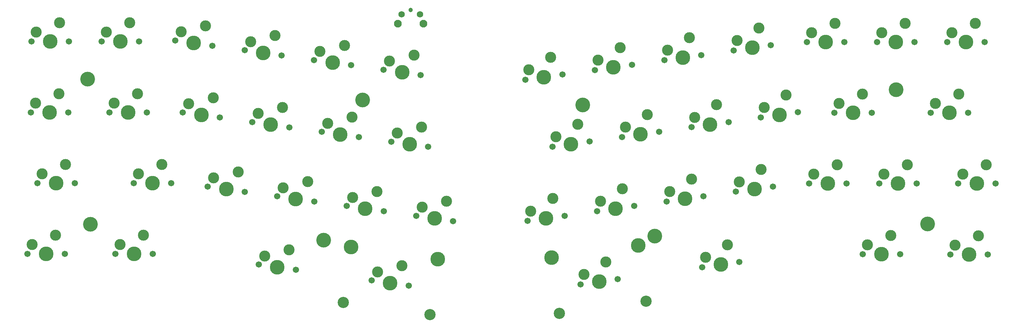
<source format=gbr>
%TF.GenerationSoftware,KiCad,Pcbnew,(5.99.0-9176-ga1730d51ff)*%
%TF.CreationDate,2021-07-22T23:15:28-05:00*%
%TF.ProjectId,Sonata hotswap,536f6e61-7461-4206-986f-74737761702e,rev?*%
%TF.SameCoordinates,Original*%
%TF.FileFunction,Soldermask,Top*%
%TF.FilePolarity,Negative*%
%FSLAX46Y46*%
G04 Gerber Fmt 4.6, Leading zero omitted, Abs format (unit mm)*
G04 Created by KiCad (PCBNEW (5.99.0-9176-ga1730d51ff)) date 2021-07-22 23:15:28*
%MOMM*%
%LPD*%
G01*
G04 APERTURE LIST*
%ADD10C,3.987800*%
%ADD11C,3.000000*%
%ADD12C,1.701800*%
%ADD13C,4.000000*%
%ADD14C,3.048000*%
%ADD15C,1.200000*%
%ADD16C,2.100000*%
%ADD17C,1.750000*%
G04 APERTURE END LIST*
D10*
%TO.C,SW24*%
X296800000Y-94820000D03*
D11*
X292990000Y-92280000D03*
X299340000Y-89740000D03*
D12*
X301880000Y-94820000D03*
X291720000Y-94820000D03*
%TD*%
%TO.C,SW39*%
X82790000Y-133160000D03*
X72630000Y-133160000D03*
D11*
X80250000Y-128080000D03*
X73900000Y-130620000D03*
D10*
X77710000Y-133160000D03*
%TD*%
D13*
%TO.C,H4*%
X317060000Y-125040000D03*
%TD*%
D11*
%TO.C,SW43*%
X229678282Y-135345939D03*
X223743579Y-138744969D03*
D12*
X232900562Y-140023001D03*
D10*
X227870000Y-140730000D03*
D12*
X222839438Y-141436999D03*
%TD*%
D13*
%TO.C,H1*%
X88960000Y-85660000D03*
%TD*%
D11*
%TO.C,SW8*%
X233528282Y-77105939D03*
D10*
X231720000Y-82490000D03*
D12*
X236750562Y-81783001D03*
X226689438Y-83196999D03*
D11*
X227593579Y-80504969D03*
%TD*%
D10*
%TO.C,SW4*%
X136620000Y-78530000D03*
D11*
X139842280Y-73852938D03*
D12*
X131589438Y-77823001D03*
X141650562Y-79236999D03*
D11*
X133200578Y-75484470D03*
%TD*%
D12*
%TO.C,SW46*%
X333400000Y-133310000D03*
X323240000Y-133310000D03*
D11*
X330860000Y-128230000D03*
X324510000Y-130770000D03*
D10*
X328320000Y-133310000D03*
%TD*%
D12*
%TO.C,SW2*%
X102900000Y-75450000D03*
D11*
X100360000Y-70370000D03*
D10*
X97820000Y-75450000D03*
D11*
X94010000Y-72910000D03*
D12*
X92740000Y-75450000D03*
%TD*%
D11*
%TO.C,SW17*%
X141912280Y-93382938D03*
D12*
X133659438Y-97353001D03*
X143720562Y-98766999D03*
D11*
X135270578Y-95014470D03*
D10*
X138690000Y-98060000D03*
%TD*%
%TO.C,SW33*%
X232320000Y-120860000D03*
D12*
X227289438Y-121566999D03*
D11*
X228193579Y-118874969D03*
X234128282Y-115475939D03*
D12*
X237350562Y-120153001D03*
%TD*%
D10*
%TO.C,SW7*%
X212860000Y-85130000D03*
D12*
X207829438Y-85836999D03*
D11*
X214668282Y-79745939D03*
D12*
X217890562Y-84423001D03*
D11*
X208733579Y-83144969D03*
%TD*%
%TO.C,SW26*%
X82930000Y-108850000D03*
D12*
X85470000Y-113930000D03*
X75310000Y-113930000D03*
D10*
X80390000Y-113930000D03*
D11*
X76580000Y-111390000D03*
%TD*%
D12*
%TO.C,SW37*%
X335500000Y-114060000D03*
D11*
X326610000Y-111520000D03*
D10*
X330420000Y-114060000D03*
D12*
X325340000Y-114060000D03*
D11*
X332960000Y-108980000D03*
%TD*%
D12*
%TO.C,SW13*%
X332530000Y-75570000D03*
D11*
X323640000Y-73030000D03*
D12*
X322370000Y-75570000D03*
D11*
X329990000Y-70490000D03*
D10*
X327450000Y-75570000D03*
%TD*%
%TO.C,SW31*%
X183190000Y-123550000D03*
D11*
X186412280Y-118872938D03*
D12*
X178159438Y-122843001D03*
X188220562Y-124256999D03*
D11*
X179770578Y-120504470D03*
%TD*%
D12*
%TO.C,SW30*%
X169370562Y-121586999D03*
D10*
X164340000Y-120880000D03*
D11*
X160920578Y-117834470D03*
D12*
X159309438Y-120173001D03*
D11*
X167562280Y-116202938D03*
%TD*%
D10*
%TO.C,SW12*%
X308410000Y-75590000D03*
D11*
X310950000Y-70510000D03*
D12*
X303330000Y-75590000D03*
X313490000Y-75590000D03*
D11*
X304600000Y-73050000D03*
%TD*%
D10*
%TO.C,SW20*%
X220220000Y-103330000D03*
D12*
X225250562Y-102623001D03*
D11*
X216093579Y-101344969D03*
X222028282Y-97945939D03*
D12*
X215189438Y-104036999D03*
%TD*%
D11*
%TO.C,SW42*%
X167690578Y-138044470D03*
D10*
X171110000Y-141090000D03*
D12*
X176140562Y-141796999D03*
D11*
X174332280Y-136412938D03*
D12*
X166079438Y-140383001D03*
%TD*%
D11*
%TO.C,SW38*%
X292470000Y-108990000D03*
D12*
X295010000Y-114070000D03*
X284850000Y-114070000D03*
D10*
X289930000Y-114070000D03*
D11*
X286120000Y-111530000D03*
%TD*%
D10*
%TO.C,SW44*%
X260900000Y-136090000D03*
D12*
X255869438Y-136796999D03*
D11*
X262708282Y-130705939D03*
D12*
X265930562Y-135383001D03*
D11*
X256773579Y-134104969D03*
%TD*%
%TO.C,SW35*%
X271838282Y-110185939D03*
X265903579Y-113584969D03*
D12*
X264999438Y-116276999D03*
D10*
X270030000Y-115570000D03*
D12*
X275060562Y-114863001D03*
%TD*%
D10*
%TO.C,SW6*%
X174360000Y-83830000D03*
D11*
X177582280Y-79152938D03*
D12*
X169329438Y-83123001D03*
D11*
X170940578Y-80784470D03*
D12*
X179390562Y-84536999D03*
%TD*%
%TO.C,SW11*%
X294450000Y-75580000D03*
D11*
X291910000Y-70500000D03*
D10*
X289370000Y-75580000D03*
D12*
X284290000Y-75580000D03*
D11*
X285560000Y-73040000D03*
%TD*%
D13*
%TO.C,H3*%
X308500000Y-88510000D03*
%TD*%
D14*
%TO.C,ST1*%
X158350000Y-146360000D03*
D10*
X184039378Y-134580634D03*
D14*
X181918380Y-149672319D03*
D10*
X160470998Y-131268314D03*
%TD*%
D11*
%TO.C,SW41*%
X137040578Y-133724470D03*
D12*
X135429438Y-136063001D03*
D11*
X143682280Y-132092938D03*
D12*
X145490562Y-137476999D03*
D10*
X140460000Y-136770000D03*
%TD*%
D14*
%TO.C,ST2*%
X240628380Y-145997681D03*
X217060000Y-149310000D03*
D10*
X238507382Y-130905995D03*
X214939002Y-134218315D03*
%TD*%
D12*
%TO.C,SW22*%
X262990562Y-97323001D03*
D11*
X253833579Y-96044969D03*
D10*
X257960000Y-98030000D03*
D12*
X252929438Y-98736999D03*
D11*
X259768282Y-92645939D03*
%TD*%
D12*
%TO.C,SW27*%
X101510000Y-113930000D03*
D11*
X102780000Y-111390000D03*
D12*
X111670000Y-113930000D03*
D10*
X106590000Y-113930000D03*
D11*
X109130000Y-108850000D03*
%TD*%
%TO.C,SW16*%
X116400578Y-92364470D03*
D10*
X119820000Y-95410000D03*
D12*
X114789438Y-94703001D03*
X124850562Y-96116999D03*
D11*
X123042280Y-90732938D03*
%TD*%
%TO.C,SW1*%
X74970000Y-72900000D03*
D12*
X83860000Y-75440000D03*
X73700000Y-75440000D03*
D11*
X81320000Y-70360000D03*
D10*
X78780000Y-75440000D03*
%TD*%
D12*
%TO.C,SW3*%
X112719438Y-75163001D03*
D11*
X120972280Y-71192938D03*
D12*
X122780562Y-76576999D03*
D10*
X117750000Y-75870000D03*
D11*
X114330578Y-72824470D03*
%TD*%
%TO.C,SW34*%
X252988282Y-112835939D03*
D12*
X246149438Y-118926999D03*
D10*
X251180000Y-118220000D03*
D11*
X247053579Y-116234969D03*
D12*
X256210562Y-117513001D03*
%TD*%
D11*
%TO.C,SW28*%
X123180578Y-112544470D03*
D12*
X121569438Y-114883001D03*
X131630562Y-116296999D03*
D11*
X129822280Y-110912938D03*
D10*
X126600000Y-115590000D03*
%TD*%
D12*
%TO.C,SW15*%
X94850000Y-94690000D03*
D10*
X99930000Y-94690000D03*
D11*
X102470000Y-89610000D03*
D12*
X105010000Y-94690000D03*
D11*
X96120000Y-92150000D03*
%TD*%
D12*
%TO.C,SW29*%
X150500562Y-118946999D03*
D10*
X145470000Y-118240000D03*
D12*
X140439438Y-117533001D03*
D11*
X148692280Y-113562938D03*
X142050578Y-115194470D03*
%TD*%
D10*
%TO.C,SW14*%
X78590000Y-94690000D03*
D11*
X74780000Y-92150000D03*
X81130000Y-89610000D03*
D12*
X83670000Y-94690000D03*
X73510000Y-94690000D03*
%TD*%
%TO.C,SW5*%
X160510562Y-81886999D03*
X150449438Y-80473001D03*
D11*
X152060578Y-78134470D03*
D10*
X155480000Y-81180000D03*
D11*
X158702280Y-76502938D03*
%TD*%
D12*
%TO.C,SW25*%
X328060000Y-94830000D03*
D11*
X325520000Y-89750000D03*
D12*
X317900000Y-94830000D03*
D10*
X322980000Y-94830000D03*
D11*
X319170000Y-92290000D03*
%TD*%
%TO.C,SW19*%
X179632280Y-98692938D03*
D10*
X176410000Y-103370000D03*
D12*
X181440562Y-104076999D03*
X171379438Y-102663001D03*
D11*
X172990578Y-100324470D03*
%TD*%
D10*
%TO.C,SW21*%
X239090000Y-100680000D03*
D12*
X234059438Y-101386999D03*
X244120562Y-99973001D03*
D11*
X234963579Y-98694969D03*
X240898282Y-95295939D03*
%TD*%
D13*
%TO.C,H7*%
X242990000Y-128340000D03*
%TD*%
D11*
%TO.C,SW10*%
X265323579Y-75174969D03*
D12*
X274480562Y-76453001D03*
X264419438Y-77866999D03*
D11*
X271258282Y-71775939D03*
D10*
X269450000Y-77160000D03*
%TD*%
D11*
%TO.C,SW23*%
X272693579Y-93394969D03*
X278628282Y-89995939D03*
D12*
X281850562Y-94673001D03*
X271789438Y-96086999D03*
D10*
X276820000Y-95380000D03*
%TD*%
D11*
%TO.C,SW36*%
X305180000Y-111520000D03*
D12*
X303910000Y-114060000D03*
D11*
X311530000Y-108980000D03*
D12*
X314070000Y-114060000D03*
D10*
X308990000Y-114060000D03*
%TD*%
D13*
%TO.C,H5*%
X163640000Y-91330000D03*
%TD*%
D11*
%TO.C,SW32*%
X209303579Y-121534969D03*
D12*
X218460562Y-122813001D03*
D11*
X215238282Y-118135939D03*
D10*
X213430000Y-123520000D03*
D12*
X208399438Y-124226999D03*
%TD*%
D13*
%TO.C,H6*%
X153020000Y-129440000D03*
%TD*%
D11*
%TO.C,SW18*%
X154130578Y-97664470D03*
D12*
X152519438Y-100003001D03*
D10*
X157550000Y-100710000D03*
D12*
X162580562Y-101416999D03*
D11*
X160772280Y-96032938D03*
%TD*%
D13*
%TO.C,H2*%
X89690000Y-125150000D03*
%TD*%
D12*
%TO.C,SW40*%
X106620000Y-133180000D03*
D10*
X101540000Y-133180000D03*
D12*
X96460000Y-133180000D03*
D11*
X104080000Y-128100000D03*
X97730000Y-130640000D03*
%TD*%
D12*
%TO.C,SW9*%
X255610562Y-79113001D03*
D11*
X246453579Y-77834969D03*
D12*
X245549438Y-80526999D03*
D11*
X252388282Y-74435939D03*
D10*
X250580000Y-79820000D03*
%TD*%
D13*
%TO.C,H8*%
X223380000Y-92700000D03*
%TD*%
D11*
%TO.C,SW45*%
X300690000Y-130750000D03*
D12*
X309580000Y-133290000D03*
X299420000Y-133290000D03*
D11*
X307040000Y-128210000D03*
D10*
X304500000Y-133290000D03*
%TD*%
D15*
%TO.C,RESET1*%
X176680000Y-66862500D03*
D16*
X180180000Y-70562500D03*
X173170000Y-70562500D03*
D17*
X179180000Y-68072500D03*
X174180000Y-68072500D03*
%TD*%
M02*

</source>
